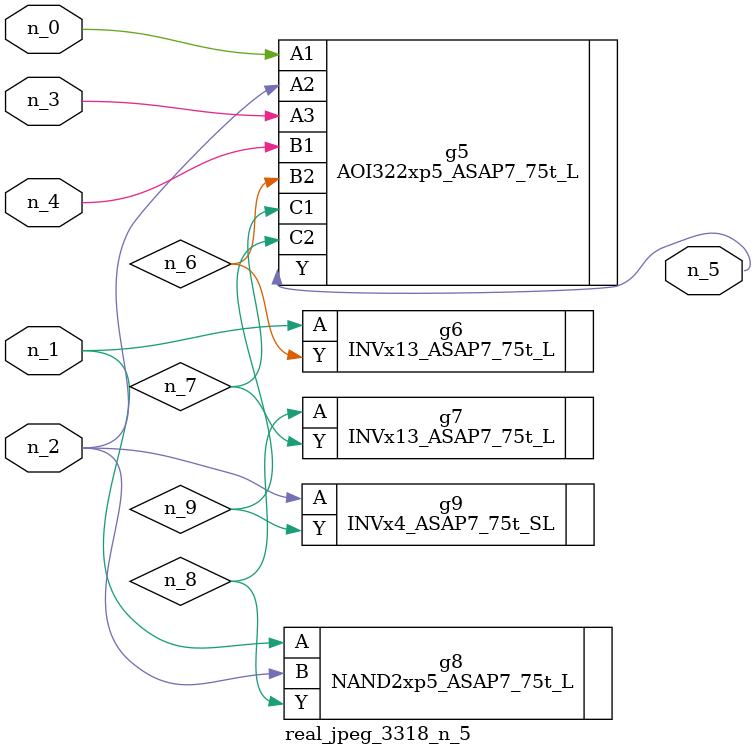
<source format=v>
module real_jpeg_3318_n_5 (n_4, n_0, n_1, n_2, n_3, n_5);

input n_4;
input n_0;
input n_1;
input n_2;
input n_3;

output n_5;

wire n_8;
wire n_6;
wire n_7;
wire n_9;

AOI322xp5_ASAP7_75t_L g5 ( 
.A1(n_0),
.A2(n_2),
.A3(n_3),
.B1(n_4),
.B2(n_6),
.C1(n_7),
.C2(n_9),
.Y(n_5)
);

INVx13_ASAP7_75t_L g6 ( 
.A(n_1),
.Y(n_6)
);

NAND2xp5_ASAP7_75t_L g8 ( 
.A(n_1),
.B(n_2),
.Y(n_8)
);

INVx4_ASAP7_75t_SL g9 ( 
.A(n_2),
.Y(n_9)
);

INVx13_ASAP7_75t_L g7 ( 
.A(n_8),
.Y(n_7)
);


endmodule
</source>
